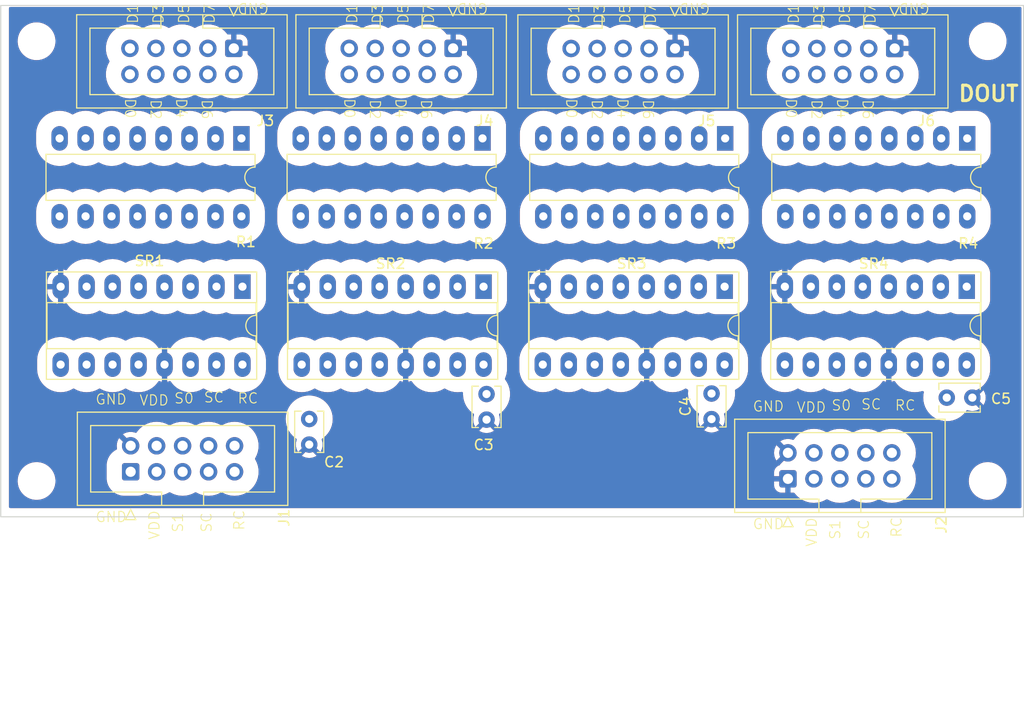
<source format=kicad_pcb>
(kicad_pcb (version 20221018) (generator pcbnew)
  (layers (0 "F.Cu" signal) (31 "B.Cu" signal) (34 "B.Paste" user) (35 "F.Paste" user) (36 "B.SilkS" user "B.Silkscreen") (37 "F.SilkS" user "F.Silkscreen") (38 "B.Mask" user) (39 "F.Mask" user) (44 "Edge.Cuts" user))
  (net 0 "")
  (net 2 "GND")
  (net 4 "/VCC")
  (net 6 "/S0")
  (net 8 "/DOUT_SC")
  (net 10 "/DOUT_RC")
  (net 12 "Net-(SR4-QH')")
  (net 14 "Net-(R1-R8.1)")
  (net 15 "Net-(R1-R7.1)")
  (net 16 "Net-(R1-R6.1)")
  (net 17 "Net-(R1-R5.1)")
  (net 18 "Net-(R1-R4.1)")
  (net 19 "Net-(R1-R3.1)")
  (net 20 "Net-(R1-R2.1)")
  (net 21 "Net-(R1-R1.1)")
  (net 23 "Net-(R2-R8.1)")
  (net 24 "Net-(R2-R7.1)")
  (net 25 "Net-(R2-R6.1)")
  (net 26 "Net-(R2-R5.1)")
  (net 27 "Net-(R2-R4.1)")
  (net 28 "Net-(R2-R3.1)")
  (net 29 "Net-(R2-R2.1)")
  (net 30 "Net-(R2-R1.1)")
  (net 32 "Net-(R3-R8.1)")
  (net 33 "Net-(R3-R7.1)")
  (net 34 "Net-(R3-R6.1)")
  (net 35 "Net-(R3-R5.1)")
  (net 36 "Net-(R3-R4.1)")
  (net 37 "Net-(R3-R3.1)")
  (net 38 "Net-(R3-R2.1)")
  (net 39 "Net-(R3-R1.1)")
  (net 41 "Net-(R4-R8.1)")
  (net 42 "Net-(R4-R7.1)")
  (net 43 "Net-(R4-R6.1)")
  (net 44 "Net-(R4-R5.1)")
  (net 45 "Net-(R4-R4.1)")
  (net 46 "Net-(R4-R3.1)")
  (net 47 "Net-(R4-R2.1)")
  (net 48 "Net-(R4-R1.1)")
  (net 49 "Net-(R1-R8.2)")
  (net 50 "Net-(R1-R7.2)")
  (net 51 "Net-(R1-R6.2)")
  (net 52 "Net-(R1-R5.2)")
  (net 53 "Net-(R1-R4.2)")
  (net 54 "Net-(R1-R3.2)")
  (net 55 "Net-(R1-R2.2)")
  (net 56 "Net-(R1-R1.2)")
  (net 57 "Net-(R2-R8.2)")
  (net 58 "Net-(R2-R7.2)")
  (net 59 "Net-(R2-R6.2)")
  (net 60 "Net-(R2-R5.2)")
  (net 61 "Net-(R2-R4.2)")
  (net 62 "Net-(R2-R3.2)")
  (net 63 "Net-(R2-R2.2)")
  (net 64 "Net-(R2-R1.2)")
  (net 65 "Net-(SR1-QH')")
  (net 66 "Net-(R3-R7.2)")
  (net 67 "Net-(R3-R6.2)")
  (net 68 "Net-(R3-R5.2)")
  (net 69 "Net-(R3-R4.2)")
  (net 70 "Net-(R3-R3.2)")
  (net 71 "Net-(R3-R2.2)")
  (net 72 "Net-(R3-R1.2)")
  (net 73 "Net-(SR3-QH')")
  (net 74 "Net-(R3-R8.2)")
  (net 75 "Net-(R4-R7.2)")
  (net 76 "Net-(R4-R6.2)")
  (net 77 "Net-(R4-R5.2)")
  (net 78 "Net-(R4-R4.2)")
  (net 79 "Net-(R4-R3.2)")
  (net 80 "Net-(R4-R2.2)")
  (net 81 "Net-(R4-R1.2)")
  (net 82 "Net-(R4-R8.2)")
  (footprint "MountingHole:MountingHole_3.2mm_M3" (layer "F.Cu") (at 143.5 86.5)
    (fp_text reference "H3" hide)
    (fp_text value "MountingHole" hide)
    (pad "" np_thru_hole circle (at 0 0) (size 3.2 3.2) (drill 3.2) (layers "*.Cu" "*.Mask"))
  )
  (footprint "lib 2022 ksir:IDC-Header_2x05_P2.54mm_Vertical_ksr_dOUT" (layer "F.Cu") (at 184.23 44.2 -90)
    (fp_text reference "J4" (at 7.08 -3.09 -180) (layer "F.SilkS"))
    (fp_text value "sin_in")
    (fp_text user "D0" (at 4.82 10.72 -90 unlocked) (layer "F.SilkS") (effects (font (thickness 0.1)) (justify left bottom)))
    (fp_text user "D6" (at 4.926132 3.22078 -90 unlocked) (layer "F.SilkS") (effects (font (thickness 0.1)) (justify left bottom)))
    (fp_text user "D7" (at -2.35 1.79 90 unlocked) (layer "F.SilkS") (effects (font (thickness 0.1)) (justify left bottom)))
    (fp_text user "D3" (at -2.35 6.79 90 unlocked) (layer "F.SilkS") (effects (font (thickness 0.1)) (justify left bottom)))
    (fp_text user "GND" (at -4.51 -3.48 -180 unlocked) (layer "F.SilkS") (effects (font (thickness 0.1)) (justify left bottom)))
    (fp_text user "D5" (at -2.35 4.29 90 unlocked) (layer "F.SilkS") (effects (font (thickness 0.1)) (justify left bottom)))
    (fp_text user "D2" (at 4.926132 8.22078 -90 unlocked) (layer "F.SilkS") (effects (font (thickness 0.1)) (justify left bottom)))
    (fp_text user "D1" (at -2.35 9.29 90 unlocked) (layer "F.SilkS") (effects (font (thickness 0.1)) (justify left bottom)))
    (fp_text user "D4" (at 4.82 5.72 -90 unlocked) (layer "F.SilkS") (effects (font (thickness 0.1)) (justify left bottom)))
    (pad "1" thru_hole roundrect (at 0 0 270) (size 1.7 1.7) (drill 1) (layers "*.Cu" "*.Mask") (roundrect_rratio 0.1470588235) (net 2 "GND"))
    (pad "2" thru_hole circle (at 2.54 0 270) (size 1.7 1.7) (drill 1) (layers "*.Cu" "*.Mask"))
    (pad "3" thru_hole circle (at 0 2.54 270) (size 1.7 1.7) (drill 1) (layers "*.Cu" "*.Mask") (net 30 "Net-(R2-R1.1)"))
    (pad "4" thru_hole circle (at 2.54 2.54 270) (size 1.7 1.7) (drill 1) (layers "*.Cu" "*.Mask") (net 29 "Net-(R2-R2.1)"))
    (pad "5" thru_hole circle (at 0 5.08 270) (size 1.7 1.7) (drill 1) (layers "*.Cu" "*.Mask") (net 28 "Net-(R2-R3.1)"))
    (pad "6" thru_hole circle (at 2.54 5.08 270) (size 1.7 1.7) (drill 1) (layers "*.Cu" "*.Mask") (net 27 "Net-(R2-R4.1)"))
    (pad "7" thru_hole circle (at 0 7.62 270) (size 1.7 1.7) (drill 1) (layers "*.Cu" "*.Mask") (net 26 "Net-(R2-R5.1)"))
    (pad "8" thru_hole circle (at 2.54 7.62 270) (size 1.7 1.7) (drill 1) (layers "*.Cu" "*.Mask") (net 25 "Net-(R2-R6.1)"))
    (pad "9" thru_hole circle (at 0 10.16 270) (size 1.7 1.7) (drill 1) (layers "*.Cu" "*.Mask") (net 24 "Net-(R2-R7.1)"))
    (pad "10" thru_hole circle (at 2.54 10.16 270) (size 1.7 1.7) (drill 1) (layers "*.Cu" "*.Mask") (net 23 "Net-(R2-R8.1)"))
  )
  (footprint "Package_DIP:DIP-16_W7.62mm_Socket_LongPads" (layer "F.Cu") (at 187.206667 67.5 -90)
    (fp_text reference "SR2" (at -2.25 9.09) (layer "F.SilkS"))
    (fp_text value "74HC595")
    (pad "1" thru_hole rect (at 0 0 270) (size 2.4 1.6) (drill 0.8) (layers "*.Cu" "*.Mask") (net 63 "Net-(R2-R2.2)"))
    (pad "2" thru_hole oval (at 0 2.54 270) (size 2.4 1.6) (drill 0.8) (layers "*.Cu" "*.Mask") (net 62 "Net-(R2-R3.2)"))
    (pad "3" thru_hole oval (at 0 5.08 270) (size 2.4 1.6) (drill 0.8) (layers "*.Cu" "*.Mask") (net 61 "Net-(R2-R4.2)"))
    (pad "4" thru_hole oval (at 0 7.62 270) (size 2.4 1.6) (drill 0.8) (layers "*.Cu" "*.Mask") (net 60 "Net-(R2-R5.2)"))
    (pad "5" thru_hole oval (at 0 10.16 270) (size 2.4 1.6) (drill 0.8) (layers "*.Cu" "*.Mask") (net 59 "Net-(R2-R6.2)"))
    (pad "6" thru_hole oval (at 0 12.7 270) (size 2.4 1.6) (drill 0.8) (layers "*.Cu" "*.Mask") (net 58 "Net-(R2-R7.2)"))
    (pad "7" thru_hole oval (at 0 15.24 270) (size 2.4 1.6) (drill 0.8) (layers "*.Cu" "*.Mask") (net 57 "Net-(R2-R8.2)"))
    (pad "8" thru_hole oval (at 0 17.78 270) (size 2.4 1.6) (drill 0.8) (layers "*.Cu" "*.Mask") (net 2 "GND"))
    (pad "9" thru_hole oval (at 7.62 17.78 270) (size 2.4 1.6) (drill 0.8) (layers "*.Cu" "*.Mask") (net 6 "/S0"))
    (pad "10" thru_hole oval (at 7.62 15.24 270) (size 2.4 1.6) (drill 0.8) (layers "*.Cu" "*.Mask") (net 4 "/VCC"))
    (pad "11" thru_hole oval (at 7.62 12.7 270) (size 2.4 1.6) (drill 0.8) (layers "*.Cu" "*.Mask") (net 8 "/DOUT_SC"))
    (pad "12" thru_hole oval (at 7.62 10.16 270) (size 2.4 1.6) (drill 0.8) (layers "*.Cu" "*.Mask") (net 10 "/DOUT_RC"))
    (pad "13" thru_hole oval (at 7.62 7.62 270) (size 2.4 1.6) (drill 0.8) (layers "*.Cu" "*.Mask") (net 2 "GND"))
    (pad "14" thru_hole oval (at 7.62 5.08 270) (size 2.4 1.6) (drill 0.8) (layers "*.Cu" "*.Mask") (net 65 "Net-(SR1-QH')"))
    (pad "15" thru_hole oval (at 7.62 2.54 270) (size 2.4 1.6) (drill 0.8) (layers "*.Cu" "*.Mask") (net 64 "Net-(R2-R1.2)"))
    (pad "16" thru_hole oval (at 7.62 0 270) (size 2.4 1.6) (drill 0.8) (layers "*.Cu" "*.Mask") (net 4 "/VCC"))
  )
  (footprint "MountingHole:MountingHole_3.2mm_M3" (layer "F.Cu") (at 236.5 43.5)
    (fp_text reference "H2" hide)
    (fp_text value "MountingHole" hide)
    (pad "" np_thru_hole circle (at 0 0) (size 3.2 3.2) (drill 3.2) (layers "*.Cu" "*.Mask"))
  )
  (footprint "Capacitor_THT:C_Disc_D3.8mm_W2.6mm_P2.50mm" (layer "F.Cu") (at 209.5 80.45 90)
    (fp_text reference "C4" (at 1.25 -2.55 90) (layer "F.SilkS"))
    (fp_text value "100NF")
    (pad "1" thru_hole circle (at 0 0 90) (size 1.6 1.6) (drill 0.8) (layers "*.Cu" "*.Mask") (net 2 "GND"))
    (pad "2" thru_hole circle (at 2.5 0 90) (size 1.6 1.6) (drill 0.8) (layers "*.Cu" "*.Mask") (net 4 "/VCC"))
  )
  (footprint "Package_DIP:DIP-16_W7.62mm_LongPads" (layer "F.Cu") (at 234.5 53 -90)
    (fp_text reference "R4" (at 10.27 -0.1) (layer "F.SilkS"))
    (fp_text value "220 ohm")
    (pad "1" thru_hole rect (at 0 0 270) (size 2.4 1.6) (drill 0.8) (layers "*.Cu" "*.Mask") (net 48 "Net-(R4-R1.1)"))
    (pad "2" thru_hole oval (at 0 2.54 270) (size 2.4 1.6) (drill 0.8) (layers "*.Cu" "*.Mask") (net 47 "Net-(R4-R2.1)"))
    (pad "3" thru_hole oval (at 0 5.08 270) (size 2.4 1.6) (drill 0.8) (layers "*.Cu" "*.Mask") (net 46 "Net-(R4-R3.1)"))
    (pad "4" thru_hole oval (at 0 7.62 270) (size 2.4 1.6) (drill 0.8) (layers "*.Cu" "*.Mask") (net 45 "Net-(R4-R4.1)"))
    (pad "5" thru_hole oval (at 0 10.16 270) (size 2.4 1.6) (drill 0.8) (layers "*.Cu" "*.Mask") (net 44 "Net-(R4-R5.1)"))
    (pad "6" thru_hole oval (at 0 12.7 270) (size 2.4 1.6) (drill 0.8) (layers "*.Cu" "*.Mask") (net 43 "Net-(R4-R6.1)"))
    (pad "7" thru_hole oval (at 0 15.24 270) (size 2.4 1.6) (drill 0.8) (layers "*.Cu" "*.Mask") (net 42 "Net-(R4-R7.1)"))
    (pad "8" thru_hole oval (at 0 17.78 270) (size 2.4 1.6) (drill 0.8) (layers "*.Cu" "*.Mask") (net 41 "Net-(R4-R8.1)"))
    (pad "9" thru_hole oval (at 7.62 17.78 270) (size 2.4 1.6) (drill 0.8) (layers "*.Cu" "*.Mask") (net 82 "Net-(R4-R8.2)"))
    (pad "10" thru_hole oval (at 7.62 15.24 270) (size 2.4 1.6) (drill 0.8) (layers "*.Cu" "*.Mask") (net 75 "Net-(R4-R7.2)"))
    (pad "11" thru_hole oval (at 7.62 12.7 270) (size 2.4 1.6) (drill 0.8) (layers "*.Cu" "*.Mask") (net 76 "Net-(R4-R6.2)"))
    (pad "12" thru_hole oval (at 7.62 10.16 270) (size 2.4 1.6) (drill 0.8) (layers "*.Cu" "*.Mask") (net 77 "Net-(R4-R5.2)"))
    (pad "13" thru_hole oval (at 7.62 7.62 270) (size 2.4 1.6) (drill 0.8) (layers "*.Cu" "*.Mask") (net 78 "Net-(R4-R4.2)"))
    (pad "14" thru_hole oval (at 7.62 5.08 270) (size 2.4 1.6) (drill 0.8) (layers "*.Cu" "*.Mask") (net 79 "Net-(R4-R3.2)"))
    (pad "15" thru_hole oval (at 7.62 2.54 270) (size 2.4 1.6) (drill 0.8) (layers "*.Cu" "*.Mask") (net 80 "Net-(R4-R2.2)"))
    (pad "16" thru_hole oval (at 7.62 0 270) (size 2.4 1.6) (drill 0.8) (layers "*.Cu" "*.Mask") (net 81 "Net-(R4-R1.2)"))
  )
  (footprint "lib 2022 ksir:IDC-Header_2x05_P2.54mm_Vertical_ksr_dOUT" (layer "F.Cu") (at 162.79 44.2 -90)
    (fp_text reference "J3" (at 7.08 -3.09) (layer "F.SilkS"))
    (fp_text value "sin_in")
    (fp_text user "D3" (at -2.35 6.79 90 unlocked) (layer "F.SilkS") (effects (font (thickness 0.1)) (justify left bottom)))
    (fp_text user "D6" (at 4.926132 3.22078 -90 unlocked) (layer "F.SilkS") (effects (font (thickness 0.1)) (justify left bottom)))
    (fp_text user "D1" (at -2.35 9.29 90 unlocked) (layer "F.SilkS") (effects (font (thickness 0.1)) (justify left bottom)))
    (fp_text user "D7" (at -2.35 1.79 90 unlocked) (layer "F.SilkS") (effects (font (thickness 0.1)) (justify left bottom)))
    (fp_text user "D5" (at -2.35 4.29 90 unlocked) (layer "F.SilkS") (effects (font (thickness 0.1)) (justify left bottom)))
    (fp_text user "D2" (at 4.926132 8.22078 -90 unlocked) (layer "F.SilkS") (effects (font (thickness 0.1)) (justify left bottom)))
    (fp_text user "D0" (at 4.82 10.72 -90 unlocked) (layer "F.SilkS") (effects (font (thickness 0.1)) (justify left bottom)))
    (fp_text user "D4" (at 4.82 5.72 -90 unlocked) (layer "F.SilkS") (effects (font (thickness 0.1)) (justify left bottom)))
    (fp_text user "GND" (at -4.51 -3.48 -180 unlocked) (layer "F.SilkS") (effects (font (thickness 0.1)) (justify left bottom)))
    (pad "1" thru_hole roundrect (at 0 0 270) (size 1.7 1.7) (drill 1) (layers "*.Cu" "*.Mask") (roundrect_rratio 0.1470588235) (net 2 "GND"))
    (pad "2" thru_hole circle (at 2.54 0 270) (size 1.7 1.7) (drill 1) (layers "*.Cu" "*.Mask"))
    (pad "3" thru_hole circle (at 0 2.54 270) (size 1.7 1.7) (drill 1) (layers "*.Cu" "*.Mask") (net 21 "Net-(R1-R1.1)"))
    (pad "4" thru_hole circle (at 2.54 2.54 270) (size 1.7 1.7) (drill 1) (layers "*.Cu" "*.Mask") (net 20 "Net-(R1-R2.1)"))
    (pad "5" thru_hole circle (at 0 5.08 270) (size 1.7 1.7) (drill 1) (layers "*.Cu" "*.Mask") (net 19 "Net-(R1-R3.1)"))
    (pad "6" thru_hole circle (at 2.54 5.08 270) (size 1.7 1.7) (drill 1) (layers "*.Cu" "*.Mask") (net 18 "Net-(R1-R4.1)"))
    (pad "7" thru_hole circle (at 0 7.62 270) (size 1.7 1.7) (drill 1) (layers "*.Cu" "*.Mask") (net 17 "Net-(R1-R5.1)"))
    (pad "8" thru_hole circle (at 2.54 7.62 270) (size 1.7 1.7) (drill 1) (layers "*.Cu" "*.Mask") (net 16 "Net-(R1-R6.1)"))
    (pad "9" thru_hole circle (at 0 10.16 270) (size 1.7 1.7) (drill 1) (layers "*.Cu" "*.Mask") (net 15 "Net-(R1-R7.1)"))
    (pad "10" thru_hole circle (at 2.54 10.16 270) (size 1.7 1.7) (drill 1) (layers "*.Cu" "*.Mask") (net 14 "Net-(R1-R8.1)"))
  )
  (footprint "Capacitor_THT:C_Disc_D3.8mm_W2.6mm_P2.50mm" (layer "F.Cu") (at 187.5 80.5 90)
    (fp_text reference "C3" (at -2.47 -0.28 180) (layer "F.SilkS"))
    (fp_text value "100NF")
    (pad "1" thru_hole circle (at 0 0 90) (size 1.6 1.6) (drill 0.8) (layers "*.Cu" "*.Mask") (net 2 "GND"))
    (pad "2" thru_hole circle (at 2.5 0 90) (size 1.6 1.6) (drill 0.8) (layers "*.Cu" "*.Mask") (net 4 "/VCC"))
  )
  (footprint "Package_DIP:DIP-16_W7.62mm_Socket_LongPads" (layer "F.Cu") (at 234.45 67.5 -90)
    (fp_text reference "SR4" (at -2.25 9.09) (layer "F.SilkS"))
    (fp_text value "74HC595")
    (pad "1" thru_hole rect (at 0 0 270) (size 2.4 1.6) (drill 0.8) (layers "*.Cu" "*.Mask") (net 80 "Net-(R4-R2.2)"))
    (pad "2" thru_hole oval (at 0 2.54 270) (size 2.4 1.6) (drill 0.8) (layers "*.Cu" "*.Mask") (net 79 "Net-(R4-R3.2)"))
    (pad "3" thru_hole oval (at 0 5.08 270) (size 2.4 1.6) (drill 0.8) (layers "*.Cu" "*.Mask") (net 78 "Net-(R4-R4.2)"))
    (pad "4" thru_hole oval (at 0 7.62 270) (size 2.4 1.6) (drill 0.8) (layers "*.Cu" "*.Mask") (net 77 "Net-(R4-R5.2)"))
    (pad "5" thru_hole oval (at 0 10.16 270) (size 2.4 1.6) (drill 0.8) (layers "*.Cu" "*.Mask") (net 76 "Net-(R4-R6.2)"))
    (pad "6" thru_hole oval (at 0 12.7 270) (size 2.4 1.6) (drill 0.8) (layers "*.Cu" "*.Mask") (net 75 "Net-(R4-R7.2)"))
    (pad "7" thru_hole oval (at 0 15.24 270) (size 2.4 1.6) (drill 0.8) (layers "*.Cu" "*.Mask") (net 82 "Net-(R4-R8.2)"))
    (pad "8" thru_hole oval (at 0 17.78 270) (size 2.4 1.6) (drill 0.8) (layers "*.Cu" "*.Mask") (net 2 "GND"))
    (pad "9" thru_hole oval (at 7.62 17.78 270) (size 2.4 1.6) (drill 0.8) (layers "*.Cu" "*.Mask") (net 12 "Net-(SR4-QH')"))
    (pad "10" thru_hole oval (at 7.62 15.24 270) (size 2.4 1.6) (drill 0.8) (layers "*.Cu" "*.Mask") (net 4 "/VCC"))
    (pad "11" thru_hole oval (at 7.62 12.7 270) (size 2.4 1.6) (drill 0.8) (layers "*.Cu" "*.Mask") (net 8 "/DOUT_SC"))
    (pad "12" thru_hole oval (at 7.62 10.16 270) (size 2.4 1.6) (drill 0.8) (layers "*.Cu" "*.Mask") (net 10 "/DOUT_RC"))
    (pad "13" thru_hole oval (at 7.62 7.62 270) (size 2.4 1.6) (drill 0.8) (layers "*.Cu" "*.Mask") (net 2 "GND"))
    (pad "14" thru_hole oval (at 7.62 5.08 270) (size 2.4 1.6) (drill 0.8) (layers "*.Cu" "*.Mask") (net 73 "Net-(SR3-QH')"))
    (pad "15" thru_hole oval (at 7.62 2.54 270) (size 2.4 1.6) (drill 0.8) (layers "*.Cu" "*.Mask") (net 81 "Net-(R4-R1.2)"))
    (pad "16" thru_hole oval (at 7.62 0 270) (size 2.4 1.6) (drill 0.8) (layers "*.Cu" "*.Mask") (net 4 "/VCC"))
  )
  (footprint "Package_DIP:DIP-16_W7.62mm_LongPads" (layer "F.Cu") (at 187.106667 53 -90)
    (fp_text reference "R2" (at 10.27 -0.1) (layer "F.SilkS"))
    (fp_text value "220 ohm")
    (pad "1" thru_hole rect (at 0 0 270) (size 2.4 1.6) (drill 0.8) (layers "*.Cu" "*.Mask") (net 30 "Net-(R2-R1.1)"))
    (pad "2" thru_hole oval (at 0 2.54 270) (size 2.4 1.6) (drill 0.8) (layers "*.Cu" "*.Mask") (net 29 "Net-(R2-R2.1)"))
    (pad "3" thru_hole oval (at 0 5.08 270) (size 2.4 1.6) (drill 0.8) (layers "*.Cu" "*.Mask") (net 28 "Net-(R2-R3.1)"))
    (pad "4" thru_hole oval (at 0 7.62 270) (size 2.4 1.6) (drill 0.8) (layers "*.Cu" "*.Mask") (net 27 "Net-(R2-R4.1)"))
    (pad "5" thru_hole oval (at 0 10.16 270) (size 2.4 1.6) (drill 0.8) (layers "*.Cu" "*.Mask") (net 26 "Net-(R2-R5.1)"))
    (pad "6" thru_hole oval (at 0 12.7 270) (size 2.4 1.6) (drill 0.8) (layers "*.Cu" "*.Mask") (net 25 "Net-(R2-R6.1)"))
    (pad "7" thru_hole oval (at 0 15.24 270) (size 2.4 1.6) (drill 0.8) (layers "*.Cu" "*.Mask") (net 24 "Net-(R2-R7.1)"))
    (pad "8" thru_hole oval (at 0 17.78 270) (size 2.4 1.6) (drill 0.8) (layers "*.Cu" "*.Mask") (net 23 "Net-(R2-R8.1)"))
    (pad "9" thru_hole oval (at 7.62 17.78 270) (size 2.4 1.6) (drill 0.8) (layers "*.Cu" "*.Mask") (net 57 "Net-(R2-R8.2)"))
    (pad "10" thru_hole oval (at 7.62 15.24 270) (size 2.4 1.6) (drill 0.8) (layers "*.Cu" "*.Mask") (net 58 "Net-(R2-R7.2)"))
    (pad "11" thru_hole oval (at 7.62 12.7 270) (size 2.4 1.6) (drill 0.8) (layers "*.Cu" "*.Mask") (net 59 "Net-(R2-R6.2)"))
    (pad "12" thru_hole oval (at 7.62 10.16 270) (size 2.4 1.6) (drill 0.8) (layers "*.Cu" "*.Mask") (net 60 "Net-(R2-R5.2)"))
    (pad "13" thru_hole oval (at 7.62 7.62 270) (size 2.4 1.6) (drill 0.8) (layers "*.Cu" "*.Mask") (net 61 "Net-(R2-R4.2)"))
    (pad "14" thru_hole oval (at 7.62 5.08 270) (size 2.4 1.6) (drill 0.8) (layers "*.Cu" "*.Mask") (net 62 "Net-(R2-R3.2)"))
    (pad "15" thru_hole oval (at 7.62 2.54 270) (size 2.4 1.6) (drill 0.8) (layers "*.Cu" "*.Mask") (net 63 "Net-(R2-R2.2)"))
    (pad "16" thru_hole oval (at 7.62 0 270) (size 2.4 1.6) (drill 0.8) (layers "*.Cu" "*.Mask") (net 64 "Net-(R2-R1.2)"))
  )
  (footprint "Package_DIP:DIP-16_W7.62mm_LongPads" (layer "F.Cu") (at 210.83 53 -90)
    (fp_text reference "R3" (at 10.27 -0.1) (layer "F.SilkS"))
    (fp_text value "220 ohm")
    (pad "1" thru_hole rect (at 0 0 270) (size 2.4 1.6) (drill 0.8) (layers "*.Cu" "*.Mask") (net 39 "Net-(R3-R1.1)"))
    (pad "2" thru_hole oval (at 0 2.54 270) (size 2.4 1.6) (drill 0.8) (layers "*.Cu" "*.Mask") (net 38 "Net-(R3-R2.1)"))
    (pad "3" thru_hole oval (at 0 5.08 270) (size 2.4 1.6) (drill 0.8) (layers "*.Cu" "*.Mask") (net 37 "Net-(R3-R3.1)"))
    (pad "4" thru_hole oval (at 0 7.62 270) (size 2.4 1.6) (drill 0.8) (layers "*.Cu" "*.Mask") (net 36 "Net-(R3-R4.1)"))
    (pad "5" thru_hole oval (at 0 10.16 270) (size 2.4 1.6) (drill 0.8) (layers "*.Cu" "*.Mask") (net 35 "Net-(R3-R5.1)"))
    (pad "6" thru_hole oval (at 0 12.7 270) (size 2.4 1.6) (drill 0.8) (layers "*.Cu" "*.Mask") (net 34 "Net-(R3-R6.1)"))
    (pad "7" thru_hole oval (at 0 15.24 270) (size 2.4 1.6) (drill 0.8) (layers "*.Cu" "*.Mask") (net 33 "Net-(R3-R7.1)"))
    (pad "8" thru_hole oval (at 0 17.78 270) (size 2.4 1.6) (drill 0.8) (layers "*.Cu" "*.Mask") (net 32 "Net-(R3-R8.1)"))
    (pad "9" thru_hole oval (at 7.62 17.78 270) (size 2.4 1.6) (drill 0.8) (layers "*.Cu" "*.Mask") (net 74 "Net-(R3-R8.2)"))
    (pad "10" thru_hole oval (at 7.62 15.24 270) (size 2.4 1.6) (drill 0.8) (layers "*.Cu" "*.Mask") (net 66 "Net-(R3-R7.2)"))
    (pad "11" thru_hole oval (at 7.62 12.7 270) (size 2.4 1.6) (drill 0.8) (layers "*.Cu" "*.Mask") (net 67 "Net-(R3-R6.2)"))
    (pad "12" thru_hole oval (at 7.62 10.16 270) (size 2.4 1.6) (drill 0.8) (layers "*.Cu" "*.Mask") (net 68 "Net-(R3-R5.2)"))
    (pad "13" thru_hole oval (at 7.62 7.62 270) (size 2.4 1.6) (drill 0.8) (layers "*.Cu" "*.Mask") (net 69 "Net-(R3-R4.2)"))
    (pad "14" thru_hole oval (at 7.62 5.08 270) (size 2.4 1.6) (drill 0.8) (layers "*.Cu" "*.Mask") (net 70 "Net-(R3-R3.2)"))
    (pad "15" thru_hole oval (at 7.62 2.54 270) (size 2.4 1.6) (drill 0.8) (layers "*.Cu" "*.Mask") (net 71 "Net-(R3-R2.2)"))
    (pad "16" thru_hole oval (at 7.62 0 270) (size 2.4 1.6) (drill 0.8) (layers "*.Cu" "*.Mask") (net 72 "Net-(R3-R1.2)"))
  )
  (footprint "lib 2022 ksir:IDC-Header_2x05_P2.54mm_Vertical_ksr_dOUT" (layer "F.Cu") (at 205.93 44.21 -90)
    (fp_text reference "J5" (at 7.08 -3.09 -180) (layer "F.SilkS"))
    (fp_text value "sin_in")
    (fp_text user "D4" (at 4.82 5.72 -90 unlocked) (layer "F.SilkS") (effects (font (thickness 0.1)) (justify left bottom)))
    (fp_text user "D5" (at -2.35 4.29 90 unlocked) (layer "F.SilkS") (effects (font (thickness 0.1)) (justify left bottom)))
    (fp_text user "D1" (at -2.35 9.29 90 unlocked) (layer "F.SilkS") (effects (font (thickness 0.1)) (justify left bottom)))
    (fp_text user "GND" (at -4.51 -3.48 -180 unlocked) (layer "F.SilkS") (effects (font (thickness 0.1)) (justify left bottom)))
    (fp_text user "D3" (at -2.35 6.79 90 unlocked) (layer "F.SilkS") (effects (font (thickness 0.1)) (justify left bottom)))
    (fp_text user "D2" (at 4.926132 8.22078 -90 unlocked) (layer "F.SilkS") (effects (font (thickness 0.1)) (justify left bottom)))
    (fp_text user "D7" (at -2.35 1.79 90 unlocked) (layer "F.SilkS") (effects (font (thickness 0.1)) (justify left bottom)))
    (fp_text user "D6" (at 4.926132 3.22078 -90 unlocked) (layer "F.SilkS") (effects (font (thickness 0.1)) (justify left bottom)))
    (fp_text user "D0" (at 4.82 10.72 -90 unlocked) (layer "F.SilkS") (effects (font (thickness 0.1)) (justify left bottom)))
    (pad "1" thru_hole roundrect (at 0 0 270) (size 1.7 1.7) (drill 1) (layers "*.Cu" "*.Mask") (roundrect_rratio 0.1470588235) (net 2 "GND"))
    (pad "2" thru_hole circle (at 2.54 0 270) (size 1.7 1.7) (drill 1) (layers "*.Cu" "*.Mask"))
    (pad "3" thru_hole circle (at 0 2.54 270) (size 1.7 1.7) (drill 1) (layers "*.Cu" "*.Mask") (net 39 "Net-(R3-R1.1)"))
    (pad "4" thru_hole circle (at 2.54 2.54 270) (size 1.7 1.7) (drill 1) (layers "*.Cu" "*.Mask") (net 38 "Net-(R3-R2.1)"))
    (pad "5" thru_hole circle (at 0 5.08 270) (size 1.7 1.7) (drill 1) (layers "*.Cu" "*.Mask") (net 37 "Net-(R3-R3.1)"))
    (pad "6" thru_hole circle (at 2.54 5.08 270) (size 1.7 1.7) (drill 1) (layers "*.Cu" "*.Mask") (net 36 "Net-(R3-R4.1)"))
    (pad "7" thru_hole circle (at 0 7.62 270) (size 1.7 1.7) (drill 1) (layers "*.Cu" "*.Mask") (net 35 "Net-(R3-R5.1)"))
    (pad "8" thru_hole circle (at 2.54 7.62 270) (size 1.7 1.7) (drill 1) (layers "*.Cu" "*.Mask") (net 34 "Net-(R3-R6.1)"))
    (pad "9" thru_hole circle (at 0 10.16 270) (size 1.7 1.7) (drill 1) (layers "*.Cu" "*.Mask") (net 33 "Net-(R3-R7.1)"))
    (pad "10" thru_hole circle (at 2.54 10.16 270) (size 1.7 1.7) (drill 1) (layers "*.Cu" "*.Mask") (net 32 "Net-(R3-R8.1)"))
  )
  (footprint "MountingHole:MountingHole_3.2mm_M3" (layer "F.Cu") (at 143.5 43.5)
    (fp_text reference "H1" hide)
    (fp_text value "MountingHole" hide)
    (pad "" np_thru_hole circle (at 0 0) (size 3.2 3.2) (drill 3.2) (layers "*.Cu" "*.Mask"))
  )
  (footprint "lib 2022 ksir:IDC-Header_2x05_P2.54mm_Vertical_ksr_TO_J8_J9" (layer "F.Cu") (at 216.97 86.29 90)
    (fp_text reference "J2" (at -4.5 15 270) (layer "F.SilkS"))
    (fp_text value "sin_in")
    (fp_text user "GND" (at 6.5 -3.5 unlocked) (layer "F.SilkS") (effects (font (thickness 0.1)) (justify left bottom)))
    (fp_text user "SC" (at 6.7 7.1 unlocked) (layer "F.SilkS") (effects (font (thickness 0.1)) (justify left bottom)))
    (fp_text user "VDD" (at 6.4 0.8 unlocked) (layer "F.SilkS") (effects (font (thickness 0.1)) (justify left bottom)))
    (fp_text user "S1" (at -6 5.2 90 unlocked) (layer "F.SilkS") (effects (font (thickness 0.1)) (justify left bottom)))
    (fp_text user "GND" (at -5 -3.5 unlocked) (layer "F.SilkS") (effects (font (thickness 0.1)) (justify left bottom)))
    (fp_text user "S0" (at 6.6 4.2 unlocked) (layer "F.SilkS") (effects (font (thickness 0.1)) (justify left bottom)))
    (fp_text user "VDD" (at -6.7 2.9 90 unlocked) (layer "F.SilkS") (effects (font (thickness 0.1)) (justify left bottom)))
    (fp_text user "SC" (at -6 8 90 unlocked) (layer "F.SilkS") (effects (font (thickness 0.1)) (justify left bottom)))
    (fp_text user "RC" (at -5.8 11.2 90 unlocked) (layer "F.SilkS") (effects (font (thickness 0.1)) (justify left bottom)))
    (fp_text user "RC" (at 6.6 10.4 unlocked) (layer "F.SilkS") (effects (font (thickness 0.1)) (justify left bottom)))
    (pad "1" thru_hole roundrect (at 0 0 90) (size 1.7 1.7) (drill 1) (layers "*.Cu" "*.Mask") (roundrect_rratio 0.1470588235) (net 2 "GND"))
    (pad "2" thru_hole circle (at 2.54 0 90) (size 1.7 1.7) (drill 1) (layers "*.Cu" "*.Mask") (net 2 "GND"))
    (pad "3" thru_hole circle (at 0 2.54 90) (size 1.7 1.7) (drill 1) (layers "*.Cu" "*.Mask") (net 4 "/VCC"))
    (pad "4" thru_hole circle (at 2.54 2.54 90) (size 1.7 1.7) (drill 1) (layers "*.Cu" "*.Mask") (net 4 "/VCC"))
    (pad "5" thru_hole circle (at 0 5.08 90) (size 1.7 1.7) (drill 1) (layers "*.Cu" "*.Mask"))
    (pad "6" thru_hole circle (at 2.54 5.08 90) (size 1.7 1.7) (drill 1) (layers "*.Cu" "*.Mask") (net 12 "Net-(SR4-QH')"))
    (pad "7" thru_hole circle (at 0 7.62 90) (size 1.7 1.7) (drill 1) (layers "*.Cu" "*.Mask") (net 8 "/DOUT_SC"))
    (pad "8" thru_hole circle (at 2.54 7.62 90) (size 1.7 1.7) (drill 1) (layers "*.Cu" "*.Mask") (net 8 "/DOUT_SC"))
    (pad "9" thru_hole circle (at 0 10.16 90) (size 1.7 1.7) (drill 1) (layers "*.Cu" "*.Mask") (net 10 "/DOUT_RC"))
    (pad "10" thru_hole circle (at 2.54 10.16 90) (size 1.7 1.7) (drill 1) (layers "*.Cu" "*.Mask") (net 10 "/DOUT_RC"))
  )
  (footprint "lib 2022 ksir:IDC-Header_2x05_P2.54mm_Vertical_ksr_TO_J8_J9" (layer "F.Cu") (at 152.7 85.6 90)
    (fp_text reference "J1" (at -4.5 15 270) (layer "F.SilkS"))
    (fp_text value "sin_in")
    (fp_text user "RC" (at -5.8 11.2 90 unlocked) (layer "F.SilkS") (effects (font (thickness 0.1)) (justify left bottom)))
    (fp_text user "SC" (at -6 8 90 unlocked) (layer "F.SilkS") (effects (font (thickness 0.1)) (justify left bottom)))
    (fp_text user "S1" (at -6 5.2 90 unlocked) (layer "F.SilkS") (effects (font (thickness 0.1)) (justify left bottom)))
    (fp_text user "RC" (at 6.6 10.4 unlocked) (layer "F.SilkS") (effects (font (thickness 0.1)) (justify left bottom)))
    (fp_text user "VDD" (at 6.4 0.8 unlocked) (layer "F.SilkS") (effects (font (thickness 0.1)) (justify left bottom)))
    (fp_text user "S0" (at 6.6 4.2 unlocked) (layer "F.SilkS") (effects (font (thickness 0.1)) (justify left bottom)))
    (fp_text user "GND" (at 6.5 -3.5 unlocked) (layer "F.SilkS") (effects (font (thickness 0.1)) (justify left bottom)))
    (fp_text user "VDD" (at -6.7 2.9 90 unlocked) (layer "F.SilkS") (effects (font (thickness 0.1)) (justify left bottom)))
    (fp_text user "GND" (at -5 -3.5 unlocked) (layer "F.SilkS") (effects (font (thickness 0.1)) (justify left bottom)))
    (fp_text user "SC" (at 6.7 7.1 unlocked) (layer "F.SilkS") (effects (font (thickness 0.1)) (justify left bottom)))
    (pad "1" thru_hole roundrect (at 0 0 90) (size 1.7 1.7) (drill 1) (layers "*.Cu" "*.Mask") (roundrect_rratio 0.1470588235))
    (pad "2" thru_hole circle (at 2.54 0 90) (size 1.7 1.7) (drill 1) (layers "*.Cu" "*.Mask") (net 2 "GND"))
    (pad "3" thru_hole circle (at 0 2.54 90) (size 1.7 1.7) (drill 1) (layers "*.Cu" "*.Mask"))
    (pad "4" thru_hole circle (at 2.54 2.54 90) (size 1.7 1.7) (drill 1) (layers "*.Cu" "*.Mask") (net 4 "/VCC"))
    (pad "5" thru_hole circle (at 0 5.08 90) (size 1.7 1.7) (drill 1) (layers "*.Cu" "*.Mask"))
    (pad "6" thru_hole circle (at 2.54 5.08 90) (size 1.7 1.7) (drill 1) (layers "*.Cu" "*.Mask") (net 6 "/S0"))
    (pad "7" thru_hole circle (at 0 7.62 90) (size 1.7 1.7) (drill 1) (layers "*.Cu" "*.Mask"))
    (pad "8" thru_hole circle (at 2.54 7.62 90) (size 1.7 1.7) (drill 1) (layers "*.Cu" "*.Mask") (net 8 "/DOUT_SC"))
    (pad "9" thru_hole circle (at 0 10.16 90) (size 1.7 1.7) (drill 1) (layers "*.Cu" "*.Mask"))
    (pad "10" thru_hole circle (at 2.54 10.16 90) (size 1.7 1.7) (drill 1) (layers "*.Cu" "*.Mask") (net 10 "/DOUT_RC"))
  )
  (footprint "MountingHole:MountingHole_3.2mm_M3" (layer "F.Cu") (at 236.5 86.5)
    (fp_text reference "H4" hide)
    (fp_text value "MountingHole" hide)
    (pad "" np_thru_hole circle (at 0 0) (size 3.2 3.2) (drill 3.2) (layers "*.Cu" "*.Mask"))
  )
  (footprint "Capacitor_THT:C_Disc_D3.8mm_W2.6mm_P2.50mm" (layer "F.Cu") (at 170.16 82.94 90)
    (fp_text reference "C2" (at -1.71 2.43 180) (layer "F.SilkS"))
    (fp_text value "100NF")
    (pad "1" thru_hole circle (at 0 0 90) (size 1.6 1.6) (drill 0.8) (layers "*.Cu" "*.Mask") (net 2 "GND"))
    (pad "2" thru_hole circle (at 2.5 0 90) (size 1.6 1.6) (drill 0.8) (layers "*.Cu" "*.Mask") (net 4 "/VCC"))
  )
  (footprint "Package_DIP:DIP-16_W7.62mm_Socket_LongPads" (layer "F.Cu") (at 163.633334 67.5 -90)
    (fp_text reference "SR1" (at -2.52 9.09) (layer "F.SilkS"))
    (fp_text value "74HC595")
    (pad "1" thru_hole rect (at 0 0 270) (size 2.4 1.6) (drill 0.8) (layers "*.Cu" "*.Mask") (net 55 "Net-(R1-R2.2)"))
    (pad "2" thru_hole oval (at 0 2.54 270) (size 2.4 1.6) (drill 0.8) (layers "*.Cu" "*.Mask") (net 54 "Net-(R1-R3.2)"))
    (pad "3" thru_hole oval (at 0 5.08 270) (size 2.4 1.6) (drill 0.8) (layers "*.Cu" "*.Mask") (net 53 "Net-(R1-R4.2)"))
    (pad "4" thru_hole oval (at 0 7.62 270) (size 2.4 1.6) (drill 0.8) (layers "*.Cu" "*.Mask") (net 52 "Net-(R1-R5.2)"))
    (pad "5" thru_hole oval (at 0 10.16 270) (size 2.4 1.6) (drill 0.8) (layers "*.Cu" "*.Mask") (net 51 "Net-(R1-R6.2)"))
    (pad "6" thru_hole oval (at 0 12.7 270) (size 2.4 1.6) (drill 0.8) (layers "*.Cu" "*.Mask") (net 50 "Net-(R1-R7.2)"))
    (pad "7" thru_hole oval (at 0 15.24 270) (size 2.4 1.6) (drill 0.8) (layers "*.Cu" "*.Mask") (net 49 "Net-(R1-R8.2)"))
    (pad "8" thru_hole oval (at 0 17.78 270) (size 2.4 1.6) (drill 0.8) (layers "*.Cu" "*.Mask") (net 2 "GND"))
    (pad "9" thru_hole oval (at 7.62 17.78 270) (size 2.4 1.6) (drill 0.8) (layers "*.Cu" "*.Mask") (net 65 "Net-(SR1-QH')"))
    (pad "10" thru_hole oval (at 7.62 15.24 270) (size 2.4 1.6) (drill 0.8) (layers "*.Cu" "*.Mask") (net 4 "/VCC"))
    (pad "11" thru_hole oval (at 7.62 12.7 270) (size 2.4 1.6) (drill 0.8) (layers "*.Cu" "*.Mask") (net 8 "/DOUT_SC"))
    (pad "12" thru_hole oval (at 7.62 10.16 270) (size 2.4 1.6) (drill 0.8) (layers "*.Cu" "*.Mask") (net 10 "/DOUT_RC"))
    (pad "13" thru_hole oval (at 7.62 7.62 270) (size 2.4 1.6) (drill 0.8) (layers "*.Cu" "*.Mask") (net 2 "GND"))
    (pad "14" thru_hole oval (at 7.62 5.08 270) (size 2.4 1.6) (drill 0.8) (layers "*.Cu" "*.Mask") (net 6 "/S0"))
    (pad "15" thru_hole oval (at 7.62 2.54 270) (size 2.4 1.6) (drill 0.8) (layers "*.Cu" "*.Mask") (net 56 "Net-(R1-R1.2)"))
    (pad "16" thru_hole oval (at 7.62 0 270) (size 2.4 1.6) (drill 0.8) (layers "*.Cu" "*.Mask") (net 4 "/VCC"))
  )
  (footprint "Capacitor_THT:C_Disc_D3.8mm_W2.6mm_P2.50mm" (layer "F.Cu") (at 235 78.35 180)
    (fp_text reference "C5" (at -2.8 -0.11) (layer "F.SilkS"))
    (fp_text value "100NF")
    (pad "1" thru_hole circle (at 0 0 180) (size 1.6 1.6) (drill 0.8) (layers "*.Cu" "*.Mask") (net 2 "GND"))
    (pad "2" thru_hole circle (at 2.5 0 180) (size 1.6 1.6) (drill 0.8) (layers "*.Cu" "*.Mask") (net 4 "/VCC"))
  )
  (footprint "Package_DIP:DIP-16_W7.62mm_LongPads" (layer "F.Cu") (at 163.533334 53 -90)
    (fp_text reference "R1" (at 10.12 -0.43) (layer "F.SilkS"))
    (fp_text value "220 ohm")
    (pad "1" thru_hole rect (at 0 0 270) (size 2.4 1.6) (drill 0.8) (layers "*.Cu" "*.Mask") (net 21 "Net-(R1-R1.1)"))
    (pad "2" thru_hole oval (at 0 2.54 270) (size 2.4 1.6) (drill 0.8) (layers "*.Cu" "*.Mask") (net 20 "Net-(R1-R2.1)"))
    (pad "3" thru_hole oval (at 0 5.08 270) (size 2.4 1.6) (drill 0.8) (layers "*.Cu" "*.Mask") (net 19 "Net-(R1-R3.1)"))
    (pad "4" thru_hole oval (at 0 7.62 270) (size 2.4 1.6) (drill 0.8) (layers "*.Cu" "*.Mask") (net 18 "Net-(R1-R4.1)"))
    (pad "5" thru_hole oval (at 0 10.16 270) (size 2.4 1.6) (drill 0.8) (layers "*.Cu" "*.Mask") (net 17 "Net-(R1-R5.1)"))
    (pad "6" thru_hole oval (at 0 12.7 270) (size 2.4 1.6) (drill 0.8) (layers "*.Cu" "*.Mask") (net 16 "Net-(R1-R6.1)"))
    (pad "7" thru_hole oval (at 0 15.24 270) (size 2.4 1.6) (drill 0.8) (layers "*.Cu" "*.Mask") (net 15 "Net-(R1-R7.1)"))
    (pad "8" thru_hole oval (at 0 17.78 270) (size 2.4 1.6) (drill 0.8) (layers "*.Cu" "*.Mask") (net 14 "Net-(R1-R8.1)"))
    (pad "9" thru_hole oval (at 7.62 17.78 270) (size 2.4 1.6) (drill 0.8) (layers "*.Cu" "*.Mask") (net 49 "Net-(R1-R8.2)"))
    (pad "10" thru_hole oval (at 7.62 15.24 270) (size 2.4 1.6) (drill 0.8) (layers "*.Cu" "*.Mask") (net 50 "Net-(R1-R7.2)"))
    (pad "11" thru_hole oval (at 7.62 12.7 270) (size 2.4 1.6) (drill 0.8) (layers "*.Cu" "*.Mask") (net 51 "Net-(R1-R6.2)"))
    (pad "12" thru_hole oval (at 7.62 10.16 270) (size 2.4 1.6) (drill 0.8) (layers "*.Cu" "*.Mask") (net 52 "Net-(R1-R5.2)"))
    (pad "13" thru_hole oval (at 7.62 7.62 270) (size 2.4 1.6) (drill 0.8) (layers "*.Cu" "*.Mask") (net 53 "Net-(R1-R4.2)"))
    (pad "14" thru_hole oval (at 7.62 5.08 270) (size 2.4 1.6) (drill 0.8) (layers "*.Cu" "*.Mask") (net 54 "Net-(R1-R3.2)"))
    (pad "15" thru_hole oval (at 7.62 2.54 270) (size 2.4 1.6) (drill 0.8) (layers "*.Cu" "*.Mask") (net 55 "Net-(R1-R2.2)"))
    (pad "16" thru_hole oval (at 7.62 0 270) (size 2.4 1.6) (drill 0.8) (layers "*.Cu" "*.Mask") (net 56 "Net-(R1-R1.2)"))
  )
  (footprint "Package_DIP:DIP-16_W7.62mm_Socket_LongPads" (layer "F.Cu") (at 210.78 67.5 -90)
    (fp_text reference "SR3" (at -2.25 9.09) (layer "F.SilkS"))
    (fp_text value "74HC595")
    (pad "1" thru_hole rect (at 0 0 270) (size 2.4 1.6) (drill 0.8) (layers "*.Cu" "*.Mask") (net 71 "Net-(R3-R2.2)"))
    (pad "2" thru_hole oval (at 0 2.54 270) (size 2.4 1.6) (drill 0.8) (layers "*.Cu" "*.Mask") (net 70 "Net-(R3-R3.2)"))
    (pad "3" thru_hole oval (at 0 5.08 270) (size 2.4 1.6) (drill 0.8) (layers "*.Cu" "*.Mask") (net 69 "Net-(R3-R4.2)"))
    (pad "4" thru_hole oval (at 0 7.62 270) (size 2.4 1.6) (drill 0.8) (layers "*.Cu" "*.Mask") (net 68 "Net-(R3-R5.2)"))
    (pad "5" thru_hole oval (at 0 10.16 270) (size 2.4 1.6) (drill 0.8) (layers "*.Cu" "*.Mask") (net 67 "Net-(R3-R6.2)"))
    (pad "6" thru_hole oval (at 0 12.7 270) (size 2.4 1.6) (drill 0.8) (layers "*.Cu" "*.Mask") (net 66 "Net-(R3-R7.2)"))
    (pad "7" thru_hole oval (at 0 15.24 270) (size 2.4 1.6) (drill 0.8) (layers "*.Cu" "*.Mask") (net 74 "Net-(R3-R8.2)"))
    (pad "8" thru_hole oval (at 0 17.78 270) (size 2.4 1.6) (drill 0.8) (layers "*.Cu" "*.Mask") (net 2 "GND"))
    (pad "9" thru_hole oval (at 7.62 17.78 270) (size 2.4 1.6) (drill 0.8) (layers "*.Cu" "*.Mask") (net 73 "Net-(SR3-QH')"))
    (pad "10" thru_hole oval (at 7.62 15.24 270) (size 2.4 1.6) (drill 0.8) (layers "*.Cu" "*.Mask") (net 4 "/VCC"))
    (pad "11" thru_hole oval (at 7.62 12.7 270) (size 2.4 1.6) (drill 0.8) (layers "*.Cu" "*.Mask") (net 8 "/DOUT_SC"))
    (pad "12" thru_hole oval (at 7.62 10.16 270) (size 2.4 1.6) (drill 0.8) (layers "*.Cu" "*.Mask") (net 10 "/DOUT_RC"))
    (pad "13" thru_hole oval (at 7.62 7.62 270) (size 2.4 1.6) (drill 0.8) (layers "*.Cu" "*.Mask") (net 2 "GND"))
    (pad "14" thru_hole oval (at 7.62 5.08 270) (size 2.4 1.6) (drill 0.8) (layers "*.Cu" "*.Mask") (net 6 "/S0"))
    (pad "15" thru_hole oval (at 7.62 2.54 270) (size 2.4 1.6) (drill 0.8) (layers "*.Cu" "*.Mask") (net 72 "Net-(R3-R1.2)"))
    (pad "16" thru_hole oval (at 7.62 0 270) (size 2.4 1.6) (drill 0.8) (layers "*.Cu" "*.Mask") (net 4 "/VCC"))
  )
  (footprint "lib 2022 ksir:IDC-Header_2x05_P2.54mm_Vertical_ksr_dOUT" (layer "F.Cu") (at 227.41 44.21 -90)
    (fp_text reference "J6" (at 7.08 -3.09 -180) (layer "F.SilkS"))
    (fp_text value "sin_in")
    (fp_text user "D1" (at -2.35 9.29 90 unlocked) (layer "F.SilkS") (effects (font (thickness 0.1)) (justify left bottom)))
    (fp_text user "GND" (at -4.51 -3.48 -180 unlocked) (layer "F.SilkS") (effects (font (thickness 0.1)) (justify left bottom)))
    (fp_text user "D0" (at 4.82 10.72 -90 unlocked) (layer "F.SilkS") (effects (font (thickness 0.1)) (justify left bottom)))
    (fp_text user "D5" (at -2.35 4.29 90 unlocked) (layer "F.SilkS") (effects (font (thickness 0.1)) (justify left bottom)))
    (fp_text user "D6" (at 4.926132 3.22078 -90 unlocked) (layer "F.SilkS") (effects (font (thickness 0.1)) (justify left bottom)))
    (fp_text user "D4" (at 4.82 5.72 -90 unlocked) (layer "F.SilkS") (effects (font (thickness 0.1)) (justify left bottom)))
    (fp_text user "D2" (at 4.926132 8.22078 -90 unlocked) (layer "F.SilkS") (effects (font (thickness 0.1)) (justify left bottom)))
    (fp_text user "D3" (at -2.35 6.79 90 unlocked) (layer "F.SilkS") (effects (font (thickness 0.1)) (justify left bottom)))
    (fp_text user "D7" (at -2.35 1.79 90 unlocked) (layer "F.SilkS") (effects (font (thickness 0.1)) (justify left bottom)))
    (pad "1" thru_hole roundrect (at 0 0 270) (size 1.7 1.7) (drill 1) (layers "*.Cu" "*.Mask") (roundrect_rratio 0.1470588235) (net 2 "GND"))
    (pad "2" thru_hole circle (at 2.54 0 270) (size 1.7 1.7) (drill 1) (layers "*.Cu" "*.Mask"))
    (pad "3" thru_hole circle (at 0 2.54 270) (size 1.7 1.7) (drill 1) (layers "*.Cu" "*.Mask") (net 48 "Net-(R4-R1.1)"))
    (pad "4" thru_hole circle (at 2.54 2.54 270) (size 1.7 1.7) (drill 1) (layers "*.Cu" "*.Mask") (net 47 "Net-(R4-R2.1)"))
    (pad "5" thru_hole circle (at 0 5.08 270) (size 1.7 1.7) (drill 1) (layers "*.Cu" "*.Mask") (net 46 "Net-(R4-R3.1)"))
    (pad "6" thru_hole circle (at 2.54 5.08 270) (size 1.7 1.7) (drill 1) (layers "*.Cu" "*.Mask") (net 45 "Net-(R4-R4.1)"))
    (pad "7" thru_hole circle (at 0 7.62 270) (size 1.7 1.7) (drill 1) (layers "*.Cu" "*.Mask") (net 44 "Net-(R4-R5.1)"))
    (pad "8" thru_hole circle (at 2.54 7.62 270) (size 1.7 1.7) (drill 1) (layers "*.Cu" "*.Mask") (net 43 "Net-(R4-R6.1)"))
    (pad "9" thru_hole circle (at 0 10.16 270) (size 1.7 1.7) (drill 1) (layers "*.Cu" "*.Mask") (net 42 "Net-(R4-R7.1)"))
    (pad "10" thru_hole circle (at 2.54 10.16 270) (size 1.7 1.7) (drill 1) (layers "*.Cu" "*.Mask") (net 41 "Net-(R4-R8.1)"))
  )
  (gr_poly (pts (xy 240 90) (xy 140 90) (xy 140 40) (xy 240 40)) (stroke (width 0.1)) (fill none) (layer "Edge.Cuts"))
  (gr_text "DOUT" (at 233.5 49.5) (layer "F.SilkS") (effects (font (size 1.5 1.5) (thickness 0.3) bold) (justify left bottom)))
  (zone (net 2) (net_name "GND") (layers "F&B.Cu") (connect_pads (clearance 1.5)) (min_thickness 0.254) (fill yes (thermal_gap 0.508) (thermal_bridge_width 0.508) (island_removal_mode 1) (island_area_min 10))
    (polygon (pts (xy 239.8 89.15) (xy 140.8 89.15) (xy 140.8 40.15) (xy 239.8 40.15)))
  )
)
</source>
